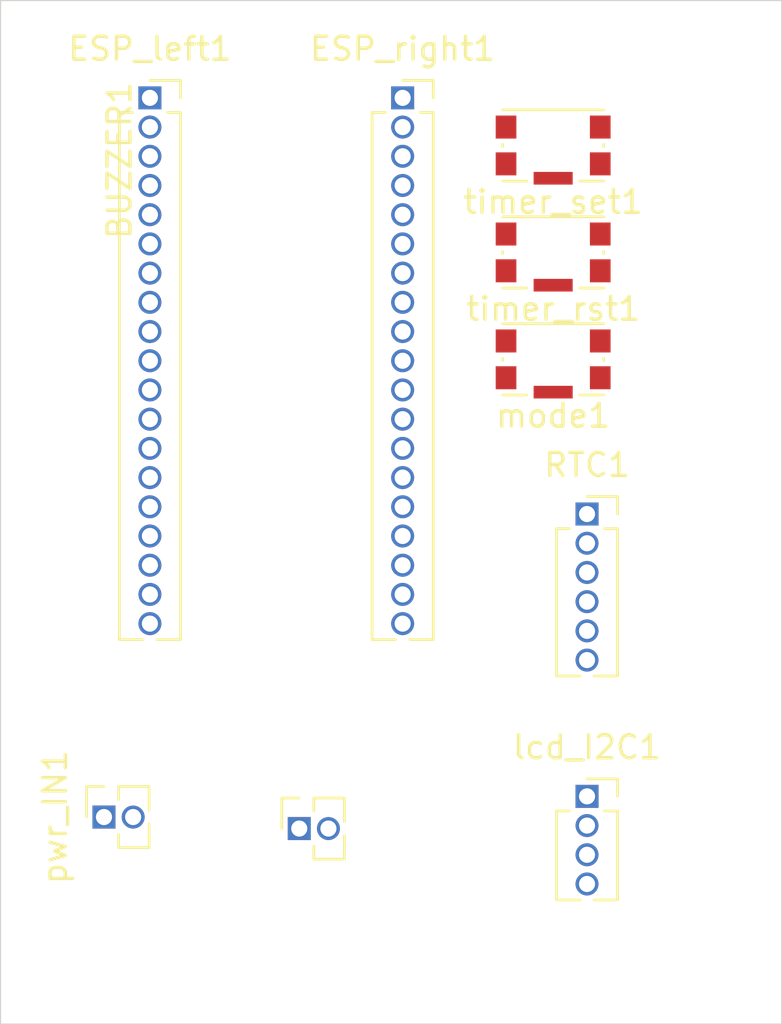
<source format=kicad_pcb>
(kicad_pcb (version 20241229) (generator "pcbnew") (generator_version "9.0")
  (layers (0 "F.Cu" signal) (2 "B.Cu" signal) (13 "F.Paste" user) (15 "B.Paste" user) (5 "F.SilkS" user "F.Silkscreen") (7 "B.SilkS" user "B.Silkscreen") (1 "F.Mask" user) (3 "B.Mask" user) (25 "Edge.Cuts" user))
  (net 0 "")
  (net 1 "Net-(BUZZER1-Pin_1)")
  (net 2 "GND")
  (net 6 "+3V3")
  (net 10 "+5V")
  (net 22 "Net-(ESP_right1-Pin_5)")
  (net 27 "Net-(ESP_right1-Pin_18)")
  (net 29 "Net-(ESP_right1-Pin_12)")
  (net 35 "Net-(ESP_right1-Pin_14)")
  (net 37 "Net-(ESP_right1-Pin_17)")
  (footprint "Connector_PinSocket_1.27mm:PinSocket_1x19_P1.27mm_Vertical" (layer "F.Cu") (at 42.5 48.73)
    (property "Reference" "ESP_left1" (at 0 -2.135 0) (layer "F.SilkS"))
    (property "Value" "Conn_01x19")
    (fp_line (start -1.33 0.635) (end -1.33 23.555) (stroke (width 0.12)) (layer "F.SilkS"))
    (fp_line (start -1.33 0.635) (end -0.76 0.635) (stroke (width 0.12)) (layer "F.SilkS"))
    (fp_line (start -1.33 23.555) (end -0.30753 23.555) (stroke (width 0.12)) (layer "F.SilkS"))
    (fp_line (start 0 -0.76) (end 1.33 -0.76) (stroke (width 0.12)) (layer "F.SilkS"))
    (fp_line (start 0.30753 23.555) (end 1.33 23.555) (stroke (width 0.12)) (layer "F.SilkS"))
    (fp_line (start 0.76 0.635) (end 1.33 0.635) (stroke (width 0.12)) (layer "F.SilkS"))
    (fp_line (start 1.33 -0.76) (end 1.33 0) (stroke (width 0.12)) (layer "F.SilkS"))
    (fp_line (start 1.33 0.635) (end 1.33 23.555) (stroke (width 0.12)) (layer "F.SilkS"))
    (pad "1" thru_hole rect (at 0 0) (size 1 1) (drill 0.7) (layers "*.Cu" "*.Mask") (net 6 "+3V3"))
    (pad "2" thru_hole circle (at 0 1.27) (size 1 1) (drill 0.7) (layers "*.Cu" "*.Mask"))
    (pad "3" thru_hole circle (at 0 2.54) (size 1 1) (drill 0.7) (layers "*.Cu" "*.Mask"))
    (pad "4" thru_hole circle (at 0 3.81) (size 1 1) (drill 0.7) (layers "*.Cu" "*.Mask"))
    (pad "5" thru_hole circle (at 0 5.08) (size 1 1) (drill 0.7) (layers "*.Cu" "*.Mask"))
    (pad "6" thru_hole circle (at 0 6.35) (size 1 1) (drill 0.7) (layers "*.Cu" "*.Mask"))
    (pad "7" thru_hole circle (at 0 7.62) (size 1 1) (drill 0.7) (layers "*.Cu" "*.Mask"))
    (pad "8" thru_hole circle (at 0 8.89) (size 1 1) (drill 0.7) (layers "*.Cu" "*.Mask"))
    (pad "9" thru_hole circle (at 0 10.16) (size 1 1) (drill 0.7) (layers "*.Cu" "*.Mask"))
    (pad "10" thru_hole circle (at 0 11.43) (size 1 1) (drill 0.7) (layers "*.Cu" "*.Mask"))
    (pad "11" thru_hole circle (at 0 12.7) (size 1 1) (drill 0.7) (layers "*.Cu" "*.Mask"))
    (pad "12" thru_hole circle (at 0 13.97) (size 1 1) (drill 0.7) (layers "*.Cu" "*.Mask"))
    (pad "13" thru_hole circle (at 0 15.24) (size 1 1) (drill 0.7) (layers "*.Cu" "*.Mask"))
    (pad "14" thru_hole circle (at 0 16.51) (size 1 1) (drill 0.7) (layers "*.Cu" "*.Mask"))
    (pad "15" thru_hole circle (at 0 17.78) (size 1 1) (drill 0.7) (layers "*.Cu" "*.Mask"))
    (pad "16" thru_hole circle (at 0 19.05) (size 1 1) (drill 0.7) (layers "*.Cu" "*.Mask"))
    (pad "17" thru_hole circle (at 0 20.32) (size 1 1) (drill 0.7) (layers "*.Cu" "*.Mask"))
    (pad "18" thru_hole circle (at 0 21.59) (size 1 1) (drill 0.7) (layers "*.Cu" "*.Mask"))
    (pad "19" thru_hole circle (at 0 22.86) (size 1 1) (drill 0.7) (layers "*.Cu" "*.Mask") (net 10 "+5V"))
  )
  (footprint "Connector_PinSocket_1.27mm:PinSocket_1x02_P1.27mm_Vertical" (layer "F.Cu") (at 49 80.5 90)
    (property "Reference" "BUZZER1" (at 29.05 -7.825 90) (layer "F.SilkS"))
    (property "Value" "Conn_01x02_Socket")
    (fp_line (start 1.33 -0.76) (end 1.33 0) (stroke (width 0.12)) (layer "F.SilkS"))
    (fp_line (start 0 -0.76) (end 1.33 -0.76) (stroke (width 0.12)) (layer "F.SilkS"))
    (fp_line (start 1.33 0.635) (end 1.33 1.965) (stroke (width 0.12)) (layer "F.SilkS"))
    (fp_line (start 0.76 0.635) (end 1.33 0.635) (stroke (width 0.12)) (layer "F.SilkS"))
    (fp_line (start -1.33 0.635) (end -0.76 0.635) (stroke (width 0.12)) (layer "F.SilkS"))
    (fp_line (start -1.33 0.635) (end -1.33 1.965) (stroke (width 0.12)) (layer "F.SilkS"))
    (fp_line (start 0.30753 1.965) (end 1.33 1.965) (stroke (width 0.12)) (layer "F.SilkS"))
    (fp_line (start -1.33 1.965) (end -0.30753 1.965) (stroke (width 0.12)) (layer "F.SilkS"))
    (pad "1" thru_hole rect (at 0 0 90) (size 1 1) (drill 0.7) (layers "*.Cu" "*.Mask") (net 1 "Net-(BUZZER1-Pin_1)"))
    (pad "2" thru_hole circle (at 0 1.27 90) (size 1 1) (drill 0.7) (layers "*.Cu" "*.Mask") (net 2 "GND"))
  )
  (footprint "Button_Switch_SMD:SW_Push_1P1T-SH_NO_CK_KMR2xxG" (layer "F.Cu") (at 60.05 60.1 180)
    (property "Reference" "mode1" (at 0 -2.45 0) (layer "F.SilkS"))
    (property "Value" "SW_Push")
    (fp_line (start 2.2 0.05) (end 2.2 -0.05) (stroke (width 0.12)) (layer "F.SilkS"))
    (fp_line (start 2.2 -1.55) (end 1.15 -1.55) (stroke (width 0.12)) (layer "F.SilkS"))
    (fp_line (start -1.15 -1.55) (end -2.2 -1.55) (stroke (width 0.12)) (layer "F.SilkS"))
    (fp_line (start -2.2 1.55) (end 2.2 1.55) (stroke (width 0.12)) (layer "F.SilkS"))
    (fp_line (start -2.2 0.05) (end -2.2 -0.05) (stroke (width 0.12)) (layer "F.SilkS"))
    (pad "1" smd rect (at -2.05 -0.8 180) (size 0.9 1) (layers "F.Cu" "F.Mask" "F.Paste") (net 2 "GND"))
    (pad "1" smd rect (at 2.05 -0.8 180) (size 0.9 1) (layers "F.Cu" "F.Mask" "F.Paste") (net 2 "GND"))
    (pad "2" smd rect (at -2.05 0.8 180) (size 0.9 1) (layers "F.Cu" "F.Mask" "F.Paste") (net 29 "Net-(ESP_right1-Pin_12)"))
    (pad "2" smd rect (at 2.05 0.8 180) (size 0.9 1) (layers "F.Cu" "F.Mask" "F.Paste") (net 29 "Net-(ESP_right1-Pin_12)"))
    (pad "SH" smd rect (at 0 -1.425 180) (size 1.7 0.55) (layers "F.Cu" "F.Mask" "F.Paste"))
  )
  (footprint "Button_Switch_SMD:SW_Push_1P1T-SH_NO_CK_KMR2xxG" (layer "F.Cu") (at 60.05 50.8 180)
    (property "Reference" "timer_set1" (at 0 -2.45 0) (layer "F.SilkS"))
    (property "Value" "SW_Push")
    (fp_line (start 2.2 0.05) (end 2.2 -0.05) (stroke (width 0.12)) (layer "F.SilkS"))
    (fp_line (start 2.2 -1.55) (end 1.15 -1.55) (stroke (width 0.12)) (layer "F.SilkS"))
    (fp_line (start -1.15 -1.55) (end -2.2 -1.55) (stroke (width 0.12)) (layer "F.SilkS"))
    (fp_line (start -2.2 1.55) (end 2.2 1.55) (stroke (width 0.12)) (layer "F.SilkS"))
    (fp_line (start -2.2 0.05) (end -2.2 -0.05) (stroke (width 0.12)) (layer "F.SilkS"))
    (pad "1" smd rect (at -2.05 -0.8 180) (size 0.9 1) (layers "F.Cu" "F.Mask" "F.Paste") (net 2 "GND"))
    (pad "1" smd rect (at 2.05 -0.8 180) (size 0.9 1) (layers "F.Cu" "F.Mask" "F.Paste") (net 2 "GND"))
    (pad "2" smd rect (at -2.05 0.8 180) (size 0.9 1) (layers "F.Cu" "F.Mask" "F.Paste") (net 22 "Net-(ESP_right1-Pin_5)"))
    (pad "2" smd rect (at 2.05 0.8 180) (size 0.9 1) (layers "F.Cu" "F.Mask" "F.Paste") (net 22 "Net-(ESP_right1-Pin_5)"))
    (pad "SH" smd rect (at 0 -1.425 180) (size 1.7 0.55) (layers "F.Cu" "F.Mask" "F.Paste"))
  )
  (footprint "Connector_PinSocket_1.27mm:PinSocket_1x04_P1.27mm_Vertical" (layer "F.Cu") (at 61.525 79.1)
    (property "Reference" "lcd_I2C1" (at 0 -2.135 0) (layer "F.SilkS"))
    (property "Value" "Conn_01x04_Socket")
    (fp_line (start -1.33 0.635) (end -1.33 4.505) (stroke (width 0.12)) (layer "F.SilkS"))
    (fp_line (start -1.33 0.635) (end -0.76 0.635) (stroke (width 0.12)) (layer "F.SilkS"))
    (fp_line (start -1.33 4.505) (end -0.30753 4.505) (stroke (width 0.12)) (layer "F.SilkS"))
    (fp_line (start 0 -0.76) (end 1.33 -0.76) (stroke (width 0.12)) (layer "F.SilkS"))
    (fp_line (start 0.30753 4.505) (end 1.33 4.505) (stroke (width 0.12)) (layer "F.SilkS"))
    (fp_line (start 0.76 0.635) (end 1.33 0.635) (stroke (width 0.12)) (layer "F.SilkS"))
    (fp_line (start 1.33 -0.76) (end 1.33 0) (stroke (width 0.12)) (layer "F.SilkS"))
    (fp_line (start 1.33 0.635) (end 1.33 4.505) (stroke (width 0.12)) (layer "F.SilkS"))
    (pad "1" thru_hole rect (at 0 0) (size 1 1) (drill 0.7) (layers "*.Cu" "*.Mask") (net 2 "GND"))
    (pad "2" thru_hole circle (at 0 1.27) (size 1 1) (drill 0.7) (layers "*.Cu" "*.Mask") (net 10 "+5V"))
    (pad "3" thru_hole circle (at 0 2.54) (size 1 1) (drill 0.7) (layers "*.Cu" "*.Mask") (net 37 "Net-(ESP_right1-Pin_17)"))
    (pad "4" thru_hole circle (at 0 3.81) (size 1 1) (drill 0.7) (layers "*.Cu" "*.Mask") (net 35 "Net-(ESP_right1-Pin_14)"))
  )
  (footprint "Connector_PinSocket_1.27mm:PinSocket_1x19_P1.27mm_Vertical" (layer "F.Cu") (at 53.5 48.73)
    (property "Reference" "ESP_right1" (at 0 -2.135 0) (layer "F.SilkS"))
    (property "Value" "Conn_01x19")
    (fp_line (start -1.33 0.635) (end -1.33 23.555) (stroke (width 0.12)) (layer "F.SilkS"))
    (fp_line (start -1.33 0.635) (end -0.76 0.635) (stroke (width 0.12)) (layer "F.SilkS"))
    (fp_line (start -1.33 23.555) (end -0.30753 23.555) (stroke (width 0.12)) (layer "F.SilkS"))
    (fp_line (start 0 -0.76) (end 1.33 -0.76) (stroke (width 0.12)) (layer "F.SilkS"))
    (fp_line (start 0.30753 23.555) (end 1.33 23.555) (stroke (width 0.12)) (layer "F.SilkS"))
    (fp_line (start 0.76 0.635) (end 1.33 0.635) (stroke (width 0.12)) (layer "F.SilkS"))
    (fp_line (start 1.33 -0.76) (end 1.33 0) (stroke (width 0.12)) (layer "F.SilkS"))
    (fp_line (start 1.33 0.635) (end 1.33 23.555) (stroke (width 0.12)) (layer "F.SilkS"))
    (pad "1" thru_hole rect (at 0 0) (size 1 1) (drill 0.7) (layers "*.Cu" "*.Mask"))
    (pad "2" thru_hole circle (at 0 1.27) (size 1 1) (drill 0.7) (layers "*.Cu" "*.Mask"))
    (pad "3" thru_hole circle (at 0 2.54) (size 1 1) (drill 0.7) (layers "*.Cu" "*.Mask"))
    (pad "4" thru_hole circle (at 0 3.81) (size 1 1) (drill 0.7) (layers "*.Cu" "*.Mask"))
    (pad "5" thru_hole circle (at 0 5.08) (size 1 1) (drill 0.7) (layers "*.Cu" "*.Mask") (net 22 "Net-(ESP_right1-Pin_5)"))
    (pad "6" thru_hole circle (at 0 6.35) (size 1 1) (drill 0.7) (layers "*.Cu" "*.Mask"))
    (pad "7" thru_hole circle (at 0 7.62) (size 1 1) (drill 0.7) (layers "*.Cu" "*.Mask"))
    (pad "8" thru_hole circle (at 0 8.89) (size 1 1) (drill 0.7) (layers "*.Cu" "*.Mask"))
    (pad "9" thru_hole circle (at 0 10.16) (size 1 1) (drill 0.7) (layers "*.Cu" "*.Mask"))
    (pad "10" thru_hole circle (at 0 11.43) (size 1 1) (drill 0.7) (layers "*.Cu" "*.Mask"))
    (pad "11" thru_hole circle (at 0 12.7) (size 1 1) (drill 0.7) (layers "*.Cu" "*.Mask") (net 1 "Net-(BUZZER1-Pin_1)"))
    (pad "12" thru_hole circle (at 0 13.97) (size 1 1) (drill 0.7) (layers "*.Cu" "*.Mask") (net 29 "Net-(ESP_right1-Pin_12)"))
    (pad "13" thru_hole circle (at 0 15.24) (size 1 1) (drill 0.7) (layers "*.Cu" "*.Mask") (net 2 "GND"))
    (pad "14" thru_hole circle (at 0 16.51) (size 1 1) (drill 0.7) (layers "*.Cu" "*.Mask") (net 35 "Net-(ESP_right1-Pin_14)"))
    (pad "15" thru_hole circle (at 0 17.78) (size 1 1) (drill 0.7) (layers "*.Cu" "*.Mask"))
    (pad "16" thru_hole circle (at 0 19.05) (size 1 1) (drill 0.7) (layers "*.Cu" "*.Mask"))
    (pad "17" thru_hole circle (at 0 20.32) (size 1 1) (drill 0.7) (layers "*.Cu" "*.Mask") (net 37 "Net-(ESP_right1-Pin_17)"))
    (pad "18" thru_hole circle (at 0 21.59) (size 1 1) (drill 0.7) (layers "*.Cu" "*.Mask") (net 27 "Net-(ESP_right1-Pin_18)"))
    (pad "19" thru_hole circle (at 0 22.86) (size 1 1) (drill 0.7) (layers "*.Cu" "*.Mask") (net 2 "GND"))
  )
  (footprint "Connector_PinSocket_1.27mm:PinSocket_1x06_P1.27mm_Vertical" (layer "F.Cu") (at 61.525 66.825)
    (property "Reference" "RTC1" (at 0 -2.135 0) (layer "F.SilkS"))
    (property "Value" "Conn_01x06")
    (fp_line (start -1.33 0.635) (end -1.33 7.045) (stroke (width 0.12)) (layer "F.SilkS"))
    (fp_line (start -1.33 0.635) (end -0.76 0.635) (stroke (width 0.12)) (layer "F.SilkS"))
    (fp_line (start -1.33 7.045) (end -0.30753 7.045) (stroke (width 0.12)) (layer "F.SilkS"))
    (fp_line (start 0 -0.76) (end 1.33 -0.76) (stroke (width 0.12)) (layer "F.SilkS"))
    (fp_line (start 0.30753 7.045) (end 1.33 7.045) (stroke (width 0.12)) (layer "F.SilkS"))
    (fp_line (start 0.76 0.635) (end 1.33 0.635) (stroke (width 0.12)) (layer "F.SilkS"))
    (fp_line (start 1.33 -0.76) (end 1.33 0) (stroke (width 0.12)) (layer "F.SilkS"))
    (fp_line (start 1.33 0.635) (end 1.33 7.045) (stroke (width 0.12)) (layer "F.SilkS"))
    (pad "1" thru_hole rect (at 0 0) (size 1 1) (drill 0.7) (layers "*.Cu" "*.Mask") (net 2 "GND"))
    (pad "2" thru_hole circle (at 0 1.27) (size 1 1) (drill 0.7) (layers "*.Cu" "*.Mask") (net 6 "+3V3"))
    (pad "3" thru_hole circle (at 0 2.54) (size 1 1) (drill 0.7) (layers "*.Cu" "*.Mask") (net 35 "Net-(ESP_right1-Pin_14)"))
    (pad "4" thru_hole circle (at 0 3.81) (size 1 1) (drill 0.7) (layers "*.Cu" "*.Mask") (net 37 "Net-(ESP_right1-Pin_17)"))
    (pad "5" thru_hole circle (at 0 5.08) (size 1 1) (drill 0.7) (layers "*.Cu" "*.Mask"))
    (pad "6" thru_hole circle (at 0 6.35) (size 1 1) (drill 0.7) (layers "*.Cu" "*.Mask"))
  )
  (footprint "Connector_PinSocket_1.27mm:PinSocket_1x02_P1.27mm_Vertical" (layer "F.Cu") (at 40.5 80 90)
    (property "Reference" "pwr_IN1" (at 0 -2.135 90) (layer "F.SilkS"))
    (property "Value" "Conn_01x02_Socket")
    (fp_line (start 1.33 -0.76) (end 1.33 0) (stroke (width 0.12)) (layer "F.SilkS"))
    (fp_line (start 0 -0.76) (end 1.33 -0.76) (stroke (width 0.12)) (layer "F.SilkS"))
    (fp_line (start 1.33 0.635) (end 1.33 1.965) (stroke (width 0.12)) (layer "F.SilkS"))
    (fp_line (start 0.76 0.635) (end 1.33 0.635) (stroke (width 0.12)) (layer "F.SilkS"))
    (fp_line (start -1.33 0.635) (end -0.76 0.635) (stroke (width 0.12)) (layer "F.SilkS"))
    (fp_line (start -1.33 0.635) (end -1.33 1.965) (stroke (width 0.12)) (layer "F.SilkS"))
    (fp_line (start 0.30753 1.965) (end 1.33 1.965) (stroke (width 0.12)) (layer "F.SilkS"))
    (fp_line (start -1.33 1.965) (end -0.30753 1.965) (stroke (width 0.12)) (layer "F.SilkS"))
    (pad "1" thru_hole rect (at 0 0 90) (size 1 1) (drill 0.7) (layers "*.Cu" "*.Mask") (net 10 "+5V"))
    (pad "2" thru_hole circle (at 0 1.27 90) (size 1 1) (drill 0.7) (layers "*.Cu" "*.Mask") (net 2 "GND"))
  )
  (footprint "Button_Switch_SMD:SW_Push_1P1T-SH_NO_CK_KMR2xxG" (layer "F.Cu") (at 60.05 55.45 180)
    (property "Reference" "timer_rst1" (at 0 -2.45 0) (layer "F.SilkS"))
    (property "Value" "SW_Push")
    (fp_line (start 2.2 0.05) (end 2.2 -0.05) (stroke (width 0.12)) (layer "F.SilkS"))
    (fp_line (start 2.2 -1.55) (end 1.15 -1.55) (stroke (width 0.12)) (layer "F.SilkS"))
    (fp_line (start -1.15 -1.55) (end -2.2 -1.55) (stroke (width 0.12)) (layer "F.SilkS"))
    (fp_line (start -2.2 1.55) (end 2.2 1.55) (stroke (width 0.12)) (layer "F.SilkS"))
    (fp_line (start -2.2 0.05) (end -2.2 -0.05) (stroke (width 0.12)) (layer "F.SilkS"))
    (pad "1" smd rect (at -2.05 -0.8 180) (size 0.9 1) (layers "F.Cu" "F.Mask" "F.Paste") (net 2 "GND"))
    (pad "1" smd rect (at 2.05 -0.8 180) (size 0.9 1) (layers "F.Cu" "F.Mask" "F.Paste") (net 2 "GND"))
    (pad "2" smd rect (at -2.05 0.8 180) (size 0.9 1) (layers "F.Cu" "F.Mask" "F.Paste") (net 27 "Net-(ESP_right1-Pin_18)"))
    (pad "2" smd rect (at 2.05 0.8 180) (size 0.9 1) (layers "F.Cu" "F.Mask" "F.Paste") (net 27 "Net-(ESP_right1-Pin_18)"))
    (pad "SH" smd rect (at 0 -1.425 180) (size 1.7 0.55) (layers "F.Cu" "F.Mask" "F.Paste"))
  )
  (gr_rect (start 36 44.5) (end 70 89) (stroke (width 0.05)) (fill no) (layer "Edge.Cuts"))
)
</source>
